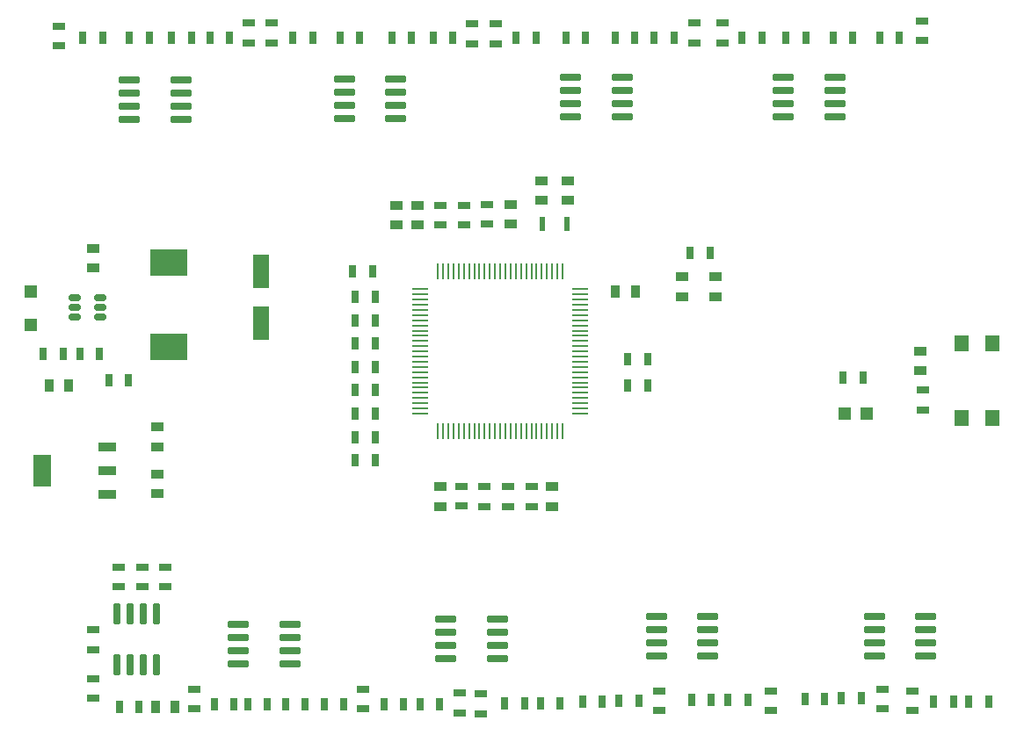
<source format=gtp>
G04*
G04 #@! TF.GenerationSoftware,Altium Limited,Altium Designer,22.7.1 (60)*
G04*
G04 Layer_Color=255*
%FSLAX44Y44*%
%MOMM*%
G71*
G04*
G04 #@! TF.SameCoordinates,3B3FF853-3F63-4CB7-AB95-564DBE59FAD3*
G04*
G04*
G04 #@! TF.FilePolarity,Positive*
G04*
G01*
G75*
%ADD18R,1.3000X0.7000*%
%ADD19R,0.7000X1.3000*%
G04:AMPARAMS|DCode=20|XSize=1.56mm|YSize=0.25mm|CornerRadius=0.0313mm|HoleSize=0mm|Usage=FLASHONLY|Rotation=0.000|XOffset=0mm|YOffset=0mm|HoleType=Round|Shape=RoundedRectangle|*
%AMROUNDEDRECTD20*
21,1,1.5600,0.1875,0,0,0.0*
21,1,1.4975,0.2500,0,0,0.0*
1,1,0.0625,0.7488,-0.0938*
1,1,0.0625,-0.7488,-0.0938*
1,1,0.0625,-0.7488,0.0938*
1,1,0.0625,0.7488,0.0938*
%
%ADD20ROUNDEDRECTD20*%
G04:AMPARAMS|DCode=21|XSize=1.56mm|YSize=0.25mm|CornerRadius=0.0313mm|HoleSize=0mm|Usage=FLASHONLY|Rotation=270.000|XOffset=0mm|YOffset=0mm|HoleType=Round|Shape=RoundedRectangle|*
%AMROUNDEDRECTD21*
21,1,1.5600,0.1875,0,0,270.0*
21,1,1.4975,0.2500,0,0,270.0*
1,1,0.0625,-0.0938,-0.7488*
1,1,0.0625,-0.0938,0.7488*
1,1,0.0625,0.0938,0.7488*
1,1,0.0625,0.0938,-0.7488*
%
%ADD21ROUNDEDRECTD21*%
%ADD22R,1.3000X0.9000*%
G04:AMPARAMS|DCode=23|XSize=1.97mm|YSize=0.6mm|CornerRadius=0.075mm|HoleSize=0mm|Usage=FLASHONLY|Rotation=180.000|XOffset=0mm|YOffset=0mm|HoleType=Round|Shape=RoundedRectangle|*
%AMROUNDEDRECTD23*
21,1,1.9700,0.4500,0,0,180.0*
21,1,1.8200,0.6000,0,0,180.0*
1,1,0.1500,-0.9100,0.2250*
1,1,0.1500,0.9100,0.2250*
1,1,0.1500,0.9100,-0.2250*
1,1,0.1500,-0.9100,-0.2250*
%
%ADD23ROUNDEDRECTD23*%
%ADD24R,1.2000X1.2000*%
%ADD25R,0.6000X1.4000*%
%ADD26R,0.9000X1.3000*%
%ADD27R,1.7600X0.8800*%
%ADD28R,1.7600X3.1400*%
%ADD29R,1.6000X3.2000*%
G04:AMPARAMS|DCode=30|XSize=1.97mm|YSize=0.6mm|CornerRadius=0.075mm|HoleSize=0mm|Usage=FLASHONLY|Rotation=270.000|XOffset=0mm|YOffset=0mm|HoleType=Round|Shape=RoundedRectangle|*
%AMROUNDEDRECTD30*
21,1,1.9700,0.4500,0,0,270.0*
21,1,1.8200,0.6000,0,0,270.0*
1,1,0.1500,-0.2250,-0.9100*
1,1,0.1500,-0.2250,0.9100*
1,1,0.1500,0.2250,0.9100*
1,1,0.1500,0.2250,-0.9100*
%
%ADD30ROUNDEDRECTD30*%
G04:AMPARAMS|DCode=31|XSize=1.22mm|YSize=0.6mm|CornerRadius=0.15mm|HoleSize=0mm|Usage=FLASHONLY|Rotation=0.000|XOffset=0mm|YOffset=0mm|HoleType=Round|Shape=RoundedRectangle|*
%AMROUNDEDRECTD31*
21,1,1.2200,0.3000,0,0,0.0*
21,1,0.9200,0.6000,0,0,0.0*
1,1,0.3000,0.4600,-0.1500*
1,1,0.3000,-0.4600,-0.1500*
1,1,0.3000,-0.4600,0.1500*
1,1,0.3000,0.4600,0.1500*
%
%ADD31ROUNDEDRECTD31*%
%ADD32R,3.6000X2.6500*%
%ADD33R,1.1700X1.1800*%
%ADD34R,1.4000X1.6000*%
D18*
X932000Y127500D02*
D03*
Y108500D02*
D03*
X903000Y129500D02*
D03*
Y110500D02*
D03*
X796000Y127500D02*
D03*
Y108500D02*
D03*
X688000Y127500D02*
D03*
Y108500D02*
D03*
X516000Y124500D02*
D03*
Y105500D02*
D03*
X496000Y125500D02*
D03*
Y106500D02*
D03*
X403000Y129500D02*
D03*
Y110500D02*
D03*
X240000Y129500D02*
D03*
Y110500D02*
D03*
X941000Y754500D02*
D03*
Y773500D02*
D03*
X749000Y752500D02*
D03*
Y771500D02*
D03*
X722000Y752500D02*
D03*
Y771500D02*
D03*
X110000Y749500D02*
D03*
Y768500D02*
D03*
X293000Y752500D02*
D03*
Y771500D02*
D03*
X315000Y752500D02*
D03*
Y771500D02*
D03*
X508000Y751500D02*
D03*
Y770500D02*
D03*
X531000Y751500D02*
D03*
Y770500D02*
D03*
X565000Y305500D02*
D03*
Y324500D02*
D03*
X542500D02*
D03*
Y305500D02*
D03*
X520000D02*
D03*
Y324500D02*
D03*
X497500Y325000D02*
D03*
Y306000D02*
D03*
X522500Y596500D02*
D03*
Y577500D02*
D03*
X500000Y577000D02*
D03*
Y596000D02*
D03*
X477500D02*
D03*
Y577000D02*
D03*
X942000Y417500D02*
D03*
Y398500D02*
D03*
X142500Y139500D02*
D03*
Y120500D02*
D03*
Y167500D02*
D03*
Y186500D02*
D03*
X212500Y247000D02*
D03*
Y228000D02*
D03*
X190000Y247000D02*
D03*
Y228000D02*
D03*
X167500Y247000D02*
D03*
Y228000D02*
D03*
D19*
X971500Y117000D02*
D03*
X952500D02*
D03*
X423000Y115000D02*
D03*
X442000D02*
D03*
X259500D02*
D03*
X278500D02*
D03*
X787000Y757500D02*
D03*
X768000D02*
D03*
X683500D02*
D03*
X702500D02*
D03*
X865500Y430000D02*
D03*
X884500D02*
D03*
X395500Y417500D02*
D03*
X414500D02*
D03*
Y395000D02*
D03*
X395500D02*
D03*
X395500Y372500D02*
D03*
X414500D02*
D03*
Y350000D02*
D03*
X395500D02*
D03*
X414500Y462500D02*
D03*
X395500D02*
D03*
X395500Y440000D02*
D03*
X414500D02*
D03*
X395500Y485000D02*
D03*
X414500D02*
D03*
Y507500D02*
D03*
X395500D02*
D03*
X412000Y532500D02*
D03*
X393000D02*
D03*
X737000Y550000D02*
D03*
X718000D02*
D03*
X677000Y447500D02*
D03*
X658000D02*
D03*
X658000Y422500D02*
D03*
X677000D02*
D03*
X158000Y427500D02*
D03*
X177000D02*
D03*
X149000Y452500D02*
D03*
X130000D02*
D03*
X95000D02*
D03*
X114000D02*
D03*
X187000Y112500D02*
D03*
X168000D02*
D03*
X882500Y121000D02*
D03*
X863500D02*
D03*
X719500Y119000D02*
D03*
X738500D02*
D03*
X668500Y118000D02*
D03*
X649500D02*
D03*
X539500Y116000D02*
D03*
X558500D02*
D03*
X476500Y115000D02*
D03*
X457500D02*
D03*
X986500Y117000D02*
D03*
X1005500D02*
D03*
X847500Y120000D02*
D03*
X828500D02*
D03*
X754500Y119000D02*
D03*
X773500D02*
D03*
X633500Y117000D02*
D03*
X614500D02*
D03*
X328000Y115000D02*
D03*
X347000D02*
D03*
X310500D02*
D03*
X291500D02*
D03*
X573500Y116000D02*
D03*
X592500D02*
D03*
X365500Y115000D02*
D03*
X384500D02*
D03*
X489500Y757000D02*
D03*
X470500D02*
D03*
X335500Y757500D02*
D03*
X354500D02*
D03*
X274500Y757000D02*
D03*
X255500D02*
D03*
X133000Y757500D02*
D03*
X152000D02*
D03*
X919500D02*
D03*
X900500D02*
D03*
X449500D02*
D03*
X430500D02*
D03*
X380500D02*
D03*
X399500D02*
D03*
X237500D02*
D03*
X218500D02*
D03*
X178000D02*
D03*
X197000D02*
D03*
X550500D02*
D03*
X569500D02*
D03*
X874500D02*
D03*
X855500D02*
D03*
X810500D02*
D03*
X829500D02*
D03*
X664500D02*
D03*
X645500D02*
D03*
X598000D02*
D03*
X617000D02*
D03*
D20*
X458200Y515000D02*
D03*
Y510000D02*
D03*
Y505000D02*
D03*
Y500000D02*
D03*
X458200Y495000D02*
D03*
Y490000D02*
D03*
X458200Y485000D02*
D03*
Y480000D02*
D03*
Y475000D02*
D03*
Y470000D02*
D03*
Y465000D02*
D03*
X458200Y460000D02*
D03*
Y455000D02*
D03*
Y450000D02*
D03*
X458200Y445000D02*
D03*
Y440000D02*
D03*
Y435000D02*
D03*
Y430000D02*
D03*
Y425000D02*
D03*
X458200Y420000D02*
D03*
Y415000D02*
D03*
X458200Y410000D02*
D03*
Y405000D02*
D03*
Y400000D02*
D03*
Y395000D02*
D03*
X611800D02*
D03*
Y400000D02*
D03*
Y405000D02*
D03*
Y410000D02*
D03*
X611800Y415000D02*
D03*
Y420000D02*
D03*
X611800Y425000D02*
D03*
Y430000D02*
D03*
Y435000D02*
D03*
Y440000D02*
D03*
Y445000D02*
D03*
X611800Y450000D02*
D03*
Y455000D02*
D03*
Y460000D02*
D03*
X611800Y465000D02*
D03*
Y470000D02*
D03*
Y475000D02*
D03*
Y480000D02*
D03*
Y485000D02*
D03*
X611800Y490000D02*
D03*
Y495000D02*
D03*
X611800Y500000D02*
D03*
Y505000D02*
D03*
Y510000D02*
D03*
Y515000D02*
D03*
D21*
X595000Y531800D02*
D03*
X590000D02*
D03*
X585000D02*
D03*
X580000D02*
D03*
X575000Y531800D02*
D03*
X570000D02*
D03*
X565000Y531800D02*
D03*
X560000D02*
D03*
X555000D02*
D03*
X550000D02*
D03*
X545000D02*
D03*
X540000Y531800D02*
D03*
X535000D02*
D03*
X530000D02*
D03*
X525000Y531800D02*
D03*
X520000D02*
D03*
X515000D02*
D03*
X510000D02*
D03*
X505000D02*
D03*
X500000Y531800D02*
D03*
X495000D02*
D03*
X490000Y531800D02*
D03*
X485000D02*
D03*
X480000D02*
D03*
X475000D02*
D03*
Y378200D02*
D03*
X480000D02*
D03*
X485000D02*
D03*
X490000D02*
D03*
X495000Y378200D02*
D03*
X500000D02*
D03*
X505000Y378200D02*
D03*
X510000D02*
D03*
X515000D02*
D03*
X520000D02*
D03*
X525000D02*
D03*
X530000Y378200D02*
D03*
X535000D02*
D03*
X540000D02*
D03*
X545000Y378200D02*
D03*
X550000D02*
D03*
X555000D02*
D03*
X560000D02*
D03*
X565000D02*
D03*
X570000Y378200D02*
D03*
X575000D02*
D03*
X580000Y378200D02*
D03*
X585000D02*
D03*
X590000D02*
D03*
X595000D02*
D03*
D22*
X205000Y363000D02*
D03*
Y382000D02*
D03*
Y318000D02*
D03*
Y337000D02*
D03*
X742500Y508000D02*
D03*
Y527000D02*
D03*
X710000Y508000D02*
D03*
Y527000D02*
D03*
X940000Y455500D02*
D03*
Y436500D02*
D03*
X477500Y324500D02*
D03*
Y305500D02*
D03*
X585000Y324500D02*
D03*
Y305500D02*
D03*
X142500Y554500D02*
D03*
Y535500D02*
D03*
X575000Y600500D02*
D03*
Y619500D02*
D03*
X600000Y600500D02*
D03*
Y619500D02*
D03*
X435000Y596000D02*
D03*
Y577000D02*
D03*
X545000Y596500D02*
D03*
Y577500D02*
D03*
X455000Y596000D02*
D03*
Y577000D02*
D03*
D23*
X282750Y153450D02*
D03*
Y166150D02*
D03*
Y178850D02*
D03*
Y191550D02*
D03*
X332250D02*
D03*
Y178850D02*
D03*
Y166150D02*
D03*
Y153450D02*
D03*
X944750Y160950D02*
D03*
Y173650D02*
D03*
Y186350D02*
D03*
Y199050D02*
D03*
X895250D02*
D03*
Y186350D02*
D03*
Y173650D02*
D03*
Y160950D02*
D03*
X734750D02*
D03*
Y173650D02*
D03*
Y186350D02*
D03*
Y199050D02*
D03*
X685250D02*
D03*
Y186350D02*
D03*
Y173650D02*
D03*
Y160950D02*
D03*
X532250Y158450D02*
D03*
Y171150D02*
D03*
Y183850D02*
D03*
Y196550D02*
D03*
X482750D02*
D03*
Y183850D02*
D03*
Y171150D02*
D03*
Y158450D02*
D03*
X434500Y679600D02*
D03*
Y692300D02*
D03*
Y705000D02*
D03*
Y717700D02*
D03*
X385000D02*
D03*
Y705000D02*
D03*
Y692300D02*
D03*
Y679600D02*
D03*
X227250Y678450D02*
D03*
Y691150D02*
D03*
Y703850D02*
D03*
Y716550D02*
D03*
X177750D02*
D03*
Y703850D02*
D03*
Y691150D02*
D03*
Y678450D02*
D03*
X857250Y680950D02*
D03*
Y693650D02*
D03*
Y706350D02*
D03*
Y719050D02*
D03*
X807750D02*
D03*
Y706350D02*
D03*
Y693650D02*
D03*
Y680950D02*
D03*
X652250D02*
D03*
Y693650D02*
D03*
Y706350D02*
D03*
Y719050D02*
D03*
X602750D02*
D03*
Y706350D02*
D03*
Y693650D02*
D03*
Y680950D02*
D03*
D24*
X867000Y395000D02*
D03*
X888000D02*
D03*
D25*
X599500Y577500D02*
D03*
X575500D02*
D03*
D26*
X646000Y512500D02*
D03*
X665000D02*
D03*
X100500Y422500D02*
D03*
X119500D02*
D03*
X222000Y112500D02*
D03*
X203000D02*
D03*
D27*
X156250Y317000D02*
D03*
Y340000D02*
D03*
Y363000D02*
D03*
D28*
X93750Y340000D02*
D03*
D29*
X305000Y532500D02*
D03*
Y482500D02*
D03*
D30*
X204050Y152750D02*
D03*
X191350D02*
D03*
X178650D02*
D03*
X165950D02*
D03*
Y202250D02*
D03*
X178650D02*
D03*
X191350D02*
D03*
X204050D02*
D03*
D31*
X149950Y507000D02*
D03*
Y497500D02*
D03*
Y488000D02*
D03*
X125050D02*
D03*
Y497500D02*
D03*
Y507000D02*
D03*
D32*
X216000Y540250D02*
D03*
Y459750D02*
D03*
D33*
X82500Y512500D02*
D03*
Y480700D02*
D03*
D34*
X1009000Y463000D02*
D03*
X979000D02*
D03*
X1009000Y391000D02*
D03*
X979000D02*
D03*
M02*

</source>
